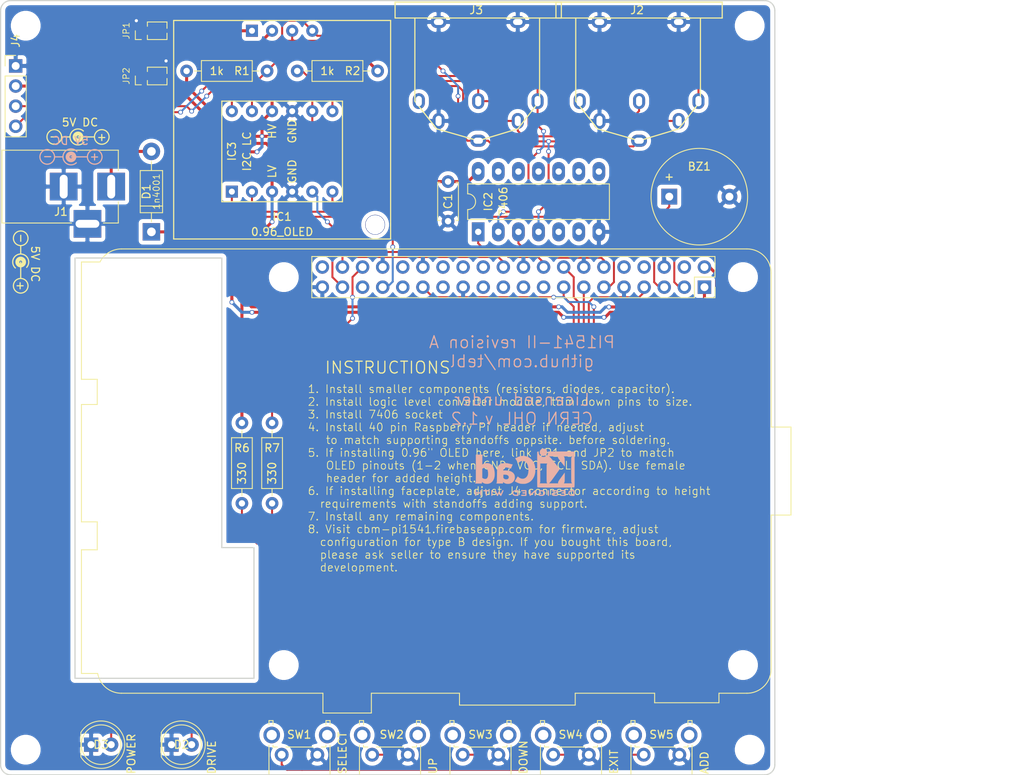
<source format=kicad_pcb>
(kicad_pcb (version 20171130) (host pcbnew "(5.1.5)-3")
  (layers (0 F.Cu signal hide) (31 B.Cu signal hide) (34 B.Paste user) (35 F.Paste user) (36 B.SilkS user) (37 F.SilkS user) (38 B.Mask user) (39 F.Mask user) (44 Edge.Cuts user))
  (net 0 "")
  (net 1 GND)
  (net 2 +3V3)
  (net 3 +5V)
  (net 4 "Net-(D1-Pad2)")
  (net 5 "Net-(D2-Pad2)")
  (net 6 "Net-(IC1-Pad2)")
  (net 7 "Net-(D3-Pad2)")
  (net 8 RPI_DATA_IN)
  (net 9 SW5)
  (net 10 SW4)
  (net 11 RPI_ATN)
  (net 12 RPI_LED)
  (net 13 "Net-(A1-Pad33)")
  (net 14 RPI_RST)
  (net 15 RPI_CLK_IN)
  (net 16 SW1)
  (net 17 RPI_DATA_OUT)
  (net 18 RPI_CLK_OUT)
  (net 19 I2C_SCL)
  (net 20 SW3)
  (net 21 SW2)
  (net 22 I2C_SDA)
  (net 23 "Net-(IC1-Pad1)")
  (net 24 C64_CLK)
  (net 25 C64_DATA)
  (net 26 C64_ATN)
  (net 27 C64_RST)
  (module Symbols:Symbol_Barrel_Polarity (layer F.Cu) (at 75.005 87.63 270)
    (fp_text reference REF** hide)
    (fp_text value Symbol_Barrel_Polarity)
  )
  (module Buttons_Switches_THT:SW_Tactile_SPST_Angled_PTS645Vx39-2LFS (layer F.Cu) (at 135.255 149.86 180)
    (fp_text reference SW3 (at 2.25 2.54) (layer F.SilkS))
    (fp_text value DOWN (at -3.175 -2.54 90) (layer F.SilkS) (effects (justify left)))
    (pad "" thru_hole circle (at -1.25 2.49 180) (size 2.1 2.1) (drill 1.3) (layers *.Cu *.Mask))
    (pad 1 thru_hole circle (at 0 0 180) (size 1.75 1.75) (drill 0.99) (layers *.Cu *.Mask) (net 1 GND))
    (pad 2 thru_hole circle (at 4.5 0 180) (size 1.75 1.75) (drill 0.99) (layers *.Cu *.Mask) (net 20 SW3))
    (pad "" thru_hole circle (at 5.76 2.49 180) (size 2.1 2.1) (drill 1.3) (layers *.Cu *.Mask))
  )
  (module Buttons_Switches_THT:SW_Tactile_SPST_Angled_PTS645Vx39-2LFS (layer F.Cu) (at 146.685 149.86 180)
    (fp_text reference SW4 (at 2.286 2.54) (layer F.SilkS))
    (fp_text value EXIT (at -3.175 -2.54 90) (layer F.SilkS) (effects (justify left)))
    (pad "" thru_hole circle (at -1.25 2.49 180) (size 2.1 2.1) (drill 1.3) (layers *.Cu *.Mask))
    (pad 1 thru_hole circle (at 0 0 180) (size 1.75 1.75) (drill 0.99) (layers *.Cu *.Mask) (net 1 GND))
    (pad 2 thru_hole circle (at 4.5 0 180) (size 1.75 1.75) (drill 0.99) (layers *.Cu *.Mask) (net 10 SW4))
    (pad "" thru_hole circle (at 5.76 2.49 180) (size 2.1 2.1) (drill 1.3) (layers *.Cu *.Mask))
  )
  (module Buttons_Switches_THT:SW_Tactile_SPST_Angled_PTS645Vx39-2LFS (layer F.Cu) (at 158.115 149.86 180)
    (fp_text reference SW5 (at 2.25 2.54) (layer F.SilkS))
    (fp_text value ADD (at -3.175 -2.54 90) (layer F.SilkS) (effects (justify left)))
    (pad "" thru_hole circle (at 5.76 2.49 180) (size 2.1 2.1) (drill 1.3) (layers *.Cu *.Mask))
    (pad 2 thru_hole circle (at 4.5 0 180) (size 1.75 1.75) (drill 0.99) (layers *.Cu *.Mask) (net 9 SW5))
    (pad 1 thru_hole circle (at 0 0 180) (size 1.75 1.75) (drill 0.99) (layers *.Cu *.Mask) (net 1 GND))
    (pad "" thru_hole circle (at -1.25 2.49 180) (size 2.1 2.1) (drill 1.3) (layers *.Cu *.Mask))
  )
  (module Buttons_Switches_THT:SW_Tactile_SPST_Angled_PTS645Vx39-2LFS (layer F.Cu) (at 112.395 149.86 180)
    (fp_text reference SW1 (at 2.286 2.54) (layer F.SilkS))
    (fp_text value SELECT (at -3.175 -2.54 90) (layer F.SilkS) (effects (justify left)))
    (pad "" thru_hole circle (at -1.25 2.49 180) (size 2.1 2.1) (drill 1.3) (layers *.Cu *.Mask))
    (pad 1 thru_hole circle (at 0 0 180) (size 1.75 1.75) (drill 0.99) (layers *.Cu *.Mask) (net 1 GND))
    (pad 2 thru_hole circle (at 4.5 0 180) (size 1.75 1.75) (drill 0.99) (layers *.Cu *.Mask) (net 16 SW1))
    (pad "" thru_hole circle (at 5.76 2.49 180) (size 2.1 2.1) (drill 1.3) (layers *.Cu *.Mask))
  )
  (module Buttons_Switches_THT:SW_Tactile_SPST_Angled_PTS645Vx39-2LFS (layer F.Cu) (at 123.825 149.86 180)
    (fp_text reference SW2 (at 2.032 2.54) (layer F.SilkS))
    (fp_text value UP (at -3.175 -2.54 90) (layer F.SilkS) (effects (justify left)))
    (pad "" thru_hole circle (at 5.76 2.49 180) (size 2.1 2.1) (drill 1.3) (layers *.Cu *.Mask))
    (pad 2 thru_hole circle (at 4.5 0 180) (size 1.75 1.75) (drill 0.99) (layers *.Cu *.Mask) (net 21 SW2))
    (pad 1 thru_hole circle (at 0 0 180) (size 1.75 1.75) (drill 0.99) (layers *.Cu *.Mask) (net 1 GND))
    (pad "" thru_hole circle (at -1.25 2.49 180) (size 2.1 2.1) (drill 1.3) (layers *.Cu *.Mask))
  )
  (module Symbols:KiCad-Logo2_6mm_SilkScreen (layer B.Cu) (at 138.61 114.17 180)
    (fp_text reference REF*** hide)
    (fp_text value KiCad-Logo2_6mm_SilkScreen hide)
  )
  (module Symbols:Symbol_Barrel_Polarity (layer B.Cu) (at 81.28 74.422)
    (fp_text reference REF** hide)
    (fp_text value Symbol_Barrel_Polarity)
  )
  (module Symbols:Symbol_Barrel_Polarity (layer F.Cu) (at 82.169 71.755)
    (fp_text reference REF** hide)
    (fp_text value Symbol_Barrel_Polarity)
  )
  (module Pin_Headers:Pin_Header_Straight_1x04_Pitch2.54mm (layer F.Cu) (at 74.295 62.865)
    (fp_text reference J4 (at 0 -3.175 270) (layer F.SilkS))
    (fp_text value Faceplate)
    (pad 4 thru_hole oval (at 0 7.62) (size 1.7 1.7) (drill 1) (layers *.Cu *.Mask) (net 22 I2C_SDA))
    (pad 3 thru_hole oval (at 0 5.08) (size 1.7 1.7) (drill 1) (layers *.Cu *.Mask) (net 19 I2C_SCL))
    (pad 2 thru_hole oval (at 0 2.54) (size 1.7 1.7) (drill 1) (layers *.Cu *.Mask) (net 2 +3V3))
    (pad 1 thru_hole rect (at 0 0) (size 1.7 1.7) (drill 1) (layers *.Cu *.Mask) (net 1 GND))
  )
  (module RPI:Raspberry_Pi_3B_Socketed_THT_FaceDown_MountingHoles (layer F.Cu) (at 161.29 90.805 270)
    (fp_text reference A1 hide)
    (fp_text value "Raspberry PI" hide)
    (pad "" np_thru_hole circle (at -1.27 53.13) (size 2.75 2.75) (drill 2.75) (layers *.Cu *.Mask))
    (pad "" np_thru_hole circle (at 47.73 -4.87) (size 2.75 2.75) (drill 2.75) (layers *.Cu *.Mask))
    (pad "" np_thru_hole circle (at 47.73 53.13) (size 2.75 2.75) (drill 2.75) (layers *.Cu *.Mask))
    (pad "" np_thru_hole circle (at -1.27 -4.87) (size 2.75 2.75) (drill 2.75) (layers *.Cu *.Mask))
    (pad 40 thru_hole oval (at -2.54 48.26 270) (size 1.7 1.7) (drill 1) (layers *.Cu *.Mask))
    (pad 39 thru_hole oval (at 0 48.26 270) (size 1.7 1.7) (drill 1) (layers *.Cu *.Mask) (net 1 GND))
    (pad 26 thru_hole oval (at -2.54 30.48 270) (size 1.7 1.7) (drill 1) (layers *.Cu *.Mask))
    (pad 25 thru_hole oval (at 0 30.48 270) (size 1.7 1.7) (drill 1) (layers *.Cu *.Mask) (net 1 GND))
    (pad 22 thru_hole oval (at -2.54 25.4 270) (size 1.7 1.7) (drill 1) (layers *.Cu *.Mask) (net 8 RPI_DATA_IN))
    (pad 21 thru_hole oval (at 0 25.4 270) (size 1.7 1.7) (drill 1) (layers *.Cu *.Mask))
    (pad 30 thru_hole oval (at -2.54 35.56 270) (size 1.7 1.7) (drill 1) (layers *.Cu *.Mask) (net 1 GND))
    (pad 29 thru_hole oval (at 0 35.56 270) (size 1.7 1.7) (drill 1) (layers *.Cu *.Mask) (net 9 SW5))
    (pad 8 thru_hole oval (at -2.54 7.62 270) (size 1.7 1.7) (drill 1) (layers *.Cu *.Mask))
    (pad 7 thru_hole oval (at 0 7.62 270) (size 1.7 1.7) (drill 1) (layers *.Cu *.Mask) (net 10 SW4))
    (pad 32 thru_hole oval (at -2.54 38.1 270) (size 1.7 1.7) (drill 1) (layers *.Cu *.Mask))
    (pad 31 thru_hole oval (at 0 38.1 270) (size 1.7 1.7) (drill 1) (layers *.Cu *.Mask))
    (pad 18 thru_hole oval (at -2.54 20.32 270) (size 1.7 1.7) (drill 1) (layers *.Cu *.Mask) (net 11 RPI_ATN))
    (pad 17 thru_hole oval (at 0 20.32 270) (size 1.7 1.7) (drill 1) (layers *.Cu *.Mask))
    (pad 36 thru_hole oval (at -2.54 43.18 270) (size 1.7 1.7) (drill 1) (layers *.Cu *.Mask) (net 12 RPI_LED))
    (pad 35 thru_hole oval (at 0 43.18 270) (size 1.7 1.7) (drill 1) (layers *.Cu *.Mask))
    (pad 34 thru_hole oval (at -2.54 40.64 270) (size 1.7 1.7) (drill 1) (layers *.Cu *.Mask) (net 1 GND))
    (pad 33 thru_hole oval (at 0 40.64 270) (size 1.7 1.7) (drill 1) (layers *.Cu *.Mask) (net 13 "Net-(A1-Pad33)"))
    (pad 38 thru_hole oval (at -2.54 45.72 270) (size 1.7 1.7) (drill 1) (layers *.Cu *.Mask) (net 14 RPI_RST))
    (pad 37 thru_hole oval (at 0 45.72 270) (size 1.7 1.7) (drill 1) (layers *.Cu *.Mask) (net 15 RPI_CLK_IN))
    (pad 20 thru_hole oval (at -2.54 22.86 270) (size 1.7 1.7) (drill 1) (layers *.Cu *.Mask) (net 1 GND))
    (pad 19 thru_hole oval (at 0 22.86 270) (size 1.7 1.7) (drill 1) (layers *.Cu *.Mask))
    (pad 10 thru_hole oval (at -2.54 10.16 270) (size 1.7 1.7) (drill 1) (layers *.Cu *.Mask))
    (pad 9 thru_hole oval (at 0 10.16 270) (size 1.7 1.7) (drill 1) (layers *.Cu *.Mask) (net 1 GND))
    (pad 14 thru_hole oval (at -2.54 15.24 270) (size 1.7 1.7) (drill 1) (layers *.Cu *.Mask) (net 1 GND))
    (pad 13 thru_hole oval (at 0 15.24 270) (size 1.7 1.7) (drill 1) (layers *.Cu *.Mask) (net 16 SW1))
    (pad 28 thru_hole oval (at -2.54 33.02 270) (size 1.7 1.7) (drill 1) (layers *.Cu *.Mask))
    (pad 27 thru_hole oval (at 0 33.02 270) (size 1.7 1.7) (drill 1) (layers *.Cu *.Mask))
    (pad 12 thru_hole oval (at -2.54 12.7 270) (size 1.7 1.7) (drill 1) (layers *.Cu *.Mask) (net 17 RPI_DATA_OUT))
    (pad 11 thru_hole oval (at 0 12.7 270) (size 1.7 1.7) (drill 1) (layers *.Cu *.Mask) (net 18 RPI_CLK_OUT))
    (pad 24 thru_hole oval (at -2.54 27.94 270) (size 1.7 1.7) (drill 1) (layers *.Cu *.Mask))
    (pad 23 thru_hole oval (at 0 27.94 270) (size 1.7 1.7) (drill 1) (layers *.Cu *.Mask))
    (pad 1 thru_hole rect (at 0 0 270) (size 1.7 1.7) (drill 1) (layers *.Cu *.Mask) (net 2 +3V3))
    (pad 2 thru_hole oval (at -2.54 0 270) (size 1.7 1.7) (drill 1) (layers *.Cu *.Mask) (net 3 +5V))
    (pad 5 thru_hole oval (at 0 5.08 270) (size 1.7 1.7) (drill 1) (layers *.Cu *.Mask) (net 19 I2C_SCL))
    (pad 4 thru_hole oval (at -2.54 2.54 270) (size 1.7 1.7) (drill 1) (layers *.Cu *.Mask))
    (pad 16 thru_hole oval (at -2.54 17.78 270) (size 1.7 1.7) (drill 1) (layers *.Cu *.Mask) (net 20 SW3))
    (pad 15 thru_hole oval (at 0 17.78 270) (size 1.7 1.7) (drill 1) (layers *.Cu *.Mask) (net 21 SW2))
    (pad 3 thru_hole oval (at 0 2.54 270) (size 1.7 1.7) (drill 1) (layers *.Cu *.Mask) (net 22 I2C_SDA))
    (pad 6 thru_hole oval (at -2.54 5.08 270) (size 1.7 1.7) (drill 1) (layers *.Cu *.Mask) (net 1 GND))
  )
  (module mounting:M3 (layer F.Cu) (at 75.565 149.225)
    (fp_text reference M1 hide)
    (fp_text value Mounting hide)
    (pad "" np_thru_hole circle (at 0 0) (size 2.75 2.75) (drill 2.75) (layers *.Cu *.Mask))
  )
  (module mounting:M3 (layer F.Cu) (at 167.005 149.225)
    (fp_text reference M2 hide)
    (fp_text value Mounting hide)
    (pad "" np_thru_hole circle (at 0 0) (size 2.75 2.75) (drill 2.75) (layers *.Cu *.Mask))
  )
  (module mounting:M3 (layer F.Cu) (at 167.005 57.785)
    (fp_text reference M3 hide)
    (fp_text value Mounting hide)
    (pad "" np_thru_hole circle (at 0 0) (size 2.75 2.75) (drill 2.75) (layers *.Cu *.Mask))
  )
  (module mounting:M3 (layer F.Cu) (at 75.565 57.785)
    (fp_text reference M4 hide)
    (fp_text value Mounting hide)
    (pad "" np_thru_hole circle (at 0 0) (size 2.75 2.75) (drill 2.75) (layers *.Cu *.Mask))
  )
  (module Buzzers_Beepers:Buzzer_12x9.5RM7.6 (layer F.Cu) (at 156.845 79.375)
    (fp_text reference BZ1 (at 3.8 -3.81) (layer F.SilkS))
    (fp_text value Buzzer)
    (fp_text user + (at -0.01 -2.54) (layer F.SilkS))
    (pad 2 thru_hole circle (at 7.6 0) (size 2 2) (drill 1) (layers *.Cu *.Mask) (net 1 GND))
    (pad 1 thru_hole rect (at 0 0) (size 2 2) (drill 1) (layers *.Cu *.Mask) (net 13 "Net-(A1-Pad33)"))
  )
  (module Capacitors_THT:C_Disc_D4.7mm_W2.5mm_P5.00mm (layer F.Cu) (at 128.905 77.47 270)
    (fp_text reference C1 (at 2.5 0 90) (layer F.SilkS))
    (fp_text value 100nF)
    (pad 2 thru_hole circle (at 5 0 270) (size 1.6 1.6) (drill 0.8) (layers *.Cu *.Mask) (net 1 GND))
    (pad 1 thru_hole circle (at 0 0 270) (size 1.6 1.6) (drill 0.8) (layers *.Cu *.Mask) (net 3 +5V))
  )
  (module Diodes_THT:D_DO-41_SOD81_P10.16mm_Horizontal (layer F.Cu) (at 91.44 83.82 90)
    (fp_text reference D1 (at 5.08 -0.635 90) (layer F.SilkS))
    (fp_text value 1n4001 (at 5.08 0.635 90) (layer F.SilkS) (effects (font (size 0.8 0.8) (thickness 0.1))))
    (pad 2 thru_hole oval (at 10.16 0 90) (size 2.2 2.2) (drill 1.1) (layers *.Cu *.Mask) (net 4 "Net-(D1-Pad2)"))
    (pad 1 thru_hole rect (at 0 0 90) (size 2.2 2.2) (drill 1.1) (layers *.Cu *.Mask) (net 3 +5V))
  )
  (module LEDs:LED_D5.0mm (layer F.Cu) (at 93.98 148.59)
    (fp_text reference D2 (at 1.27 0) (layer F.SilkS))
    (fp_text value DRIVE (at 5.08 3.81 90) (layer F.SilkS) (effects (justify left)))
    (pad 1 thru_hole rect (at 0 0) (size 1.8 1.8) (drill 0.9) (layers *.Cu *.Mask) (net 1 GND))
    (pad 2 thru_hole circle (at 2.54 0) (size 1.8 1.8) (drill 0.9) (layers *.Cu *.Mask) (net 5 "Net-(D2-Pad2)"))
  )
  (module LEDs:LED_D5.0mm (layer F.Cu) (at 83.82 148.59)
    (fp_text reference D3 (at 1.27 0) (layer F.SilkS))
    (fp_text value POWER (at 5.08 3.81 90) (layer F.SilkS) (effects (justify left)))
    (pad 2 thru_hole circle (at 2.54 0) (size 1.8 1.8) (drill 0.9) (layers *.Cu *.Mask) (net 7 "Net-(D3-Pad2)"))
    (pad 1 thru_hole rect (at 0 0) (size 1.8 1.8) (drill 0.9) (layers *.Cu *.Mask) (net 1 GND))
  )
  (module i2c_oled:0.96_I2C_OLED (layer F.Cu) (at 107.95 58.42)
    (fp_text reference IC1 (at 0 23.495 180) (layer F.SilkS))
    (fp_text value 0.96_OLED (at 0 25.4) (layer F.SilkS))
    (pad 1 thru_hole rect (at -3.81 0) (size 1.524 1.524) (drill 0.762) (layers *.Cu *.Mask) (net 23 "Net-(IC1-Pad1)"))
    (pad 2 thru_hole circle (at -1.27 0) (size 1.524 1.524) (drill 0.762) (layers *.Cu *.Mask) (net 6 "Net-(IC1-Pad2)"))
    (pad 3 thru_hole circle (at 1.27 0) (size 1.524 1.524) (drill 0.762) (layers *.Cu *.Mask) (net 19 I2C_SCL))
    (pad 4 thru_hole circle (at 3.81 0) (size 1.524 1.524) (drill 0.762) (layers *.Cu *.Mask) (net 22 I2C_SDA))
    (pad "" np_thru_hole circle (at 11.75 24.5) (size 2.5 2.5) (drill 2.4) (layers *.Cu *.Mask))
  )
  (module Housings_DIP:DIP-14_W7.62mm_LongPads (layer F.Cu) (at 132.715 83.82 90)
    (fp_text reference IC2 (at 3.81 1.27 90) (layer F.SilkS))
    (fp_text value 7406 (at 3.81 3.175 90) (layer F.SilkS))
    (pad 14 thru_hole oval (at 7.62 0 90) (size 2.4 1.6) (drill 0.8) (layers *.Cu *.Mask) (net 3 +5V))
    (pad 7 thru_hole oval (at 0 15.24 90) (size 2.4 1.6) (drill 0.8) (layers *.Cu *.Mask) (net 1 GND))
    (pad 13 thru_hole oval (at 7.62 2.54 90) (size 2.4 1.6) (drill 0.8) (layers *.Cu *.Mask))
    (pad 6 thru_hole oval (at 0 12.7 90) (size 2.4 1.6) (drill 0.8) (layers *.Cu *.Mask))
    (pad 12 thru_hole oval (at 7.62 5.08 90) (size 2.4 1.6) (drill 0.8) (layers *.Cu *.Mask))
    (pad 5 thru_hole oval (at 0 10.16 90) (size 2.4 1.6) (drill 0.8) (layers *.Cu *.Mask))
    (pad 11 thru_hole oval (at 7.62 7.62 90) (size 2.4 1.6) (drill 0.8) (layers *.Cu *.Mask))
    (pad 4 thru_hole oval (at 0 7.62 90) (size 2.4 1.6) (drill 0.8) (layers *.Cu *.Mask) (net 24 C64_CLK))
    (pad 10 thru_hole oval (at 7.62 10.16 90) (size 2.4 1.6) (drill 0.8) (layers *.Cu *.Mask))
    (pad 3 thru_hole oval (at 0 5.08 90) (size 2.4 1.6) (drill 0.8) (layers *.Cu *.Mask) (net 18 RPI_CLK_OUT))
    (pad 9 thru_hole oval (at 7.62 12.7 90) (size 2.4 1.6) (drill 0.8) (layers *.Cu *.Mask))
    (pad 2 thru_hole oval (at 0 2.54 90) (size 2.4 1.6) (drill 0.8) (layers *.Cu *.Mask) (net 25 C64_DATA))
    (pad 8 thru_hole oval (at 7.62 15.24 90) (size 2.4 1.6) (drill 0.8) (layers *.Cu *.Mask))
    (pad 1 thru_hole rect (at 0 0 90) (size 2.4 1.6) (drill 0.8) (layers *.Cu *.Mask) (net 17 RPI_DATA_OUT))
  )
  (module IIC_4CH_Level_Converter:4CH_I2C_Level_Converter (layer F.Cu) (at 106.68 73.66 90)
    (fp_text reference IC3 (at 0 -5.08 90) (layer F.SilkS))
    (fp_text value "I2C LC" (at 0 -3.175 90) (layer F.SilkS))
    (fp_text user GND (at 2.54 2.54 90) (layer F.SilkS))
    (fp_text user GND (at -2.54 2.54 90) (layer F.SilkS))
    (fp_text user HV (at 2.54 0 90) (layer F.SilkS))
    (fp_text user LV (at -2.54 0 270) (layer F.SilkS))
    (pad 1 thru_hole rect (at -5.08 -5.08 90) (size 1.524 1.524) (drill 0.762) (layers *.Cu *.Mask) (net 14 RPI_RST))
    (pad 2 thru_hole circle (at -5.08 -2.54 90) (size 1.524 1.524) (drill 0.762) (layers *.Cu *.Mask) (net 8 RPI_DATA_IN))
    (pad 3 thru_hole circle (at -5.08 0 90) (size 1.524 1.524) (drill 0.762) (layers *.Cu *.Mask) (net 2 +3V3))
    (pad 4 thru_hole circle (at -5.08 2.54 90) (size 1.524 1.524) (drill 0.762) (layers *.Cu *.Mask) (net 1 GND))
    (pad 5 thru_hole circle (at -5.08 5.08 90) (size 1.524 1.524) (drill 0.762) (layers *.Cu *.Mask) (net 15 RPI_CLK_IN))
    (pad 6 thru_hole circle (at -5.08 7.62 90) (size 1.524 1.524) (drill 0.762) (layers *.Cu *.Mask) (net 11 RPI_ATN))
    (pad 7 thru_hole circle (at 5.08 7.62 90) (size 1.524 1.524) (drill 0.762) (layers *.Cu *.Mask) (net 26 C64_ATN))
    (pad 8 thru_hole circle (at 5.08 5.08 90) (size 1.524 1.524) (drill 0.762) (layers *.Cu *.Mask) (net 24 C64_CLK))
    (pad 9 thru_hole circle (at 5.08 2.54 90) (size 1.524 1.524) (drill 0.762) (layers *.Cu *.Mask) (net 1 GND))
    (pad 10 thru_hole circle (at 5.08 0 90) (size 1.524 1.524) (drill 0.762) (layers *.Cu *.Mask) (net 3 +5V))
    (pad 11 thru_hole circle (at 5.08 -2.54 90) (size 1.524 1.524) (drill 0.762) (layers *.Cu *.Mask) (net 25 C64_DATA))
    (pad 12 thru_hole circle (at 5.08 -5.08 90) (size 1.524 1.524) (drill 0.762) (layers *.Cu *.Mask) (net 27 C64_RST))
  )
  (module Connectors:BARREL_JACK (layer F.Cu) (at 86.36 78.105)
    (fp_text reference J1 (at -6.35 3.175 180) (layer F.SilkS))
    (fp_text value "DC IN")
    (pad 3 thru_hole rect (at -3 4.7) (size 3.5 3.5) (drill oval 3 1) (layers *.Cu *.Mask) (net 1 GND))
    (pad 2 thru_hole rect (at -6 0) (size 3.5 3.5) (drill oval 1 3) (layers *.Cu *.Mask) (net 1 GND))
    (pad 1 thru_hole rect (at 0 0) (size 3.5 3.5) (drill oval 1 3) (layers *.Cu *.Mask) (net 4 "Net-(D1-Pad2)"))
  )
  (module C64_IEC:C64_IEC (layer F.Cu) (at 153.035 67.31 180)
    (fp_text reference J2 (at 0.25 11.5) (layer F.SilkS))
    (fp_text value C64_IEC)
    (pad 4 thru_hole oval (at -5 -2.5 180) (size 1.524 2) (drill oval 0.762 1.3) (layers *.Cu *.Mask) (net 24 C64_CLK))
    (pad 2 thru_hole oval (at 5 -2.5 180) (size 1.524 2) (drill oval 0.762 1.3) (layers *.Cu *.Mask) (net 1 GND))
    (pad 5 thru_hole oval (at -7.5 0 180) (size 1.524 2) (drill oval 0.762 1.3) (layers *.Cu *.Mask) (net 25 C64_DATA))
    (pad 1 thru_hole oval (at 7.5 0 180) (size 1.524 2) (drill oval 0.762 1.3) (layers *.Cu *.Mask))
    (pad 7 thru_hole oval (at -5 10 180) (size 2 1.524) (drill oval 1.2 0.762) (layers *.Cu *.Mask) (net 1 GND))
    (pad 8 thru_hole oval (at 5 10 180) (size 2 1.524) (drill oval 1.2 0.762) (layers *.Cu *.Mask) (net 1 GND))
    (pad 3 thru_hole oval (at 0 0 180) (size 1.524 2) (drill oval 0.762 1.3) (layers *.Cu *.Mask) (net 26 C64_ATN))
    (pad 6 thru_hole oval (at 0 -5 180) (size 2 1.524) (drill oval 1.2 0.762) (layers *.Cu *.Mask) (net 27 C64_RST))
  )
  (module C64_IEC:C64_IEC (layer F.Cu) (at 132.715 67.31 180)
    (fp_text reference J3 (at 0.25 11.5) (layer F.SilkS))
    (fp_text value C64_IEC)
    (pad 6 thru_hole oval (at 0 -5 180) (size 2 1.524) (drill oval 1.2 0.762) (layers *.Cu *.Mask) (net 27 C64_RST))
    (pad 3 thru_hole oval (at 0 0 180) (size 1.524 2) (drill oval 0.762 1.3) (layers *.Cu *.Mask) (net 26 C64_ATN))
    (pad 8 thru_hole oval (at 5 10 180) (size 2 1.524) (drill oval 1.2 0.762) (layers *.Cu *.Mask) (net 1 GND))
    (pad 7 thru_hole oval (at -5 10 180) (size 2 1.524) (drill oval 1.2 0.762) (layers *.Cu *.Mask) (net 1 GND))
    (pad 1 thru_hole oval (at 7.5 0 180) (size 1.524 2) (drill oval 0.762 1.3) (layers *.Cu *.Mask))
    (pad 5 thru_hole oval (at -7.5 0 180) (size 1.524 2) (drill oval 0.762 1.3) (layers *.Cu *.Mask) (net 25 C64_DATA))
    (pad 2 thru_hole oval (at 5 -2.5 180) (size 1.524 2) (drill oval 0.762 1.3) (layers *.Cu *.Mask) (net 1 GND))
    (pad 4 thru_hole oval (at -5 -2.5 180) (size 1.524 2) (drill oval 0.762 1.3) (layers *.Cu *.Mask) (net 24 C64_CLK))
  )
  (module Resistors_THT:R_Axial_DIN0207_L6.3mm_D2.5mm_P10.16mm_Horizontal (layer F.Cu) (at 95.885 63.5)
    (fp_text reference R1 (at 6.985 0) (layer F.SilkS))
    (fp_text value 1k (at 3.81 0) (layer F.SilkS))
    (pad 1 thru_hole circle (at 0 0) (size 1.6 1.6) (drill 0.8) (layers *.Cu *.Mask) (net 3 +5V))
    (pad 2 thru_hole oval (at 10.16 0) (size 1.6 1.6) (drill 0.8) (layers *.Cu *.Mask) (net 25 C64_DATA))
  )
  (module Resistors_THT:R_Axial_DIN0207_L6.3mm_D2.5mm_P10.16mm_Horizontal (layer F.Cu) (at 120.015 63.5 180)
    (fp_text reference R2 (at 3.175 0) (layer F.SilkS))
    (fp_text value 1k (at 6.35 0) (layer F.SilkS))
    (pad 2 thru_hole oval (at 10.16 0 180) (size 1.6 1.6) (drill 0.8) (layers *.Cu *.Mask) (net 24 C64_CLK))
    (pad 1 thru_hole circle (at 0 0 180) (size 1.6 1.6) (drill 0.8) (layers *.Cu *.Mask) (net 3 +5V))
  )
  (module Resistors_THT:R_Axial_DIN0207_L6.3mm_D2.5mm_P10.16mm_Horizontal (layer F.Cu) (at 102.87 118.11 90)
    (fp_text reference R6 (at 6.985 0 180) (layer F.SilkS))
    (fp_text value 330 (at 3.81 0 90) (layer F.SilkS))
    (pad 2 thru_hole oval (at 10.16 0 90) (size 1.6 1.6) (drill 0.8) (layers *.Cu *.Mask) (net 2 +3V3))
    (pad 1 thru_hole circle (at 0 0 90) (size 1.6 1.6) (drill 0.8) (layers *.Cu *.Mask) (net 7 "Net-(D3-Pad2)"))
  )
  (module Resistors_THT:R_Axial_DIN0207_L6.3mm_D2.5mm_P10.16mm_Horizontal (layer F.Cu) (at 106.68 118.11 90)
    (fp_text reference R7 (at 6.985 0 180) (layer F.SilkS))
    (fp_text value 330 (at 3.81 0 90) (layer F.SilkS))
    (pad 1 thru_hole circle (at 0 0 90) (size 1.6 1.6) (drill 0.8) (layers *.Cu *.Mask) (net 5 "Net-(D2-Pad2)"))
    (pad 2 thru_hole oval (at 10.16 0 90) (size 1.6 1.6) (drill 0.8) (layers *.Cu *.Mask) (net 12 RPI_LED))
  )
  (module wire_pads:OLED_SEL (layer F.Cu) (at 90.17 58.42 90)
    (fp_text reference JP1 (at 0 -1.905 270) (layer F.SilkS) (effects (font (size 0.8 0.8) (thickness 0.1))))
    (fp_text value P1_GND)
    (pad 3 smd oval (at 0 2.54 90) (size 1 1) (layers F.Cu F.Paste F.Mask) (net 2 +3V3))
    (pad 2 smd oval (at 0 1.27 90) (size 1 1) (layers F.Cu F.Paste F.Mask) (net 23 "Net-(IC1-Pad1)"))
    (pad 1 smd rect (at 0 0 90) (size 1 1) (layers F.Cu F.Paste F.Mask) (net 1 GND))
  )
  (module wire_pads:OLED_SEL (layer F.Cu) (at 90.17 64.135 90)
    (fp_text reference JP2 (at 0 -1.905 270) (layer F.SilkS) (effects (font (size 0.8 0.8) (thickness 0.1))))
    (fp_text value P2_VCC)
    (pad 1 smd rect (at 0 0 90) (size 1 1) (layers F.Cu F.Paste F.Mask) (net 2 +3V3))
    (pad 2 smd oval (at 0 1.27 90) (size 1 1) (layers F.Cu F.Paste F.Mask) (net 6 "Net-(IC1-Pad2)"))
    (pad 3 smd oval (at 0 2.54 90) (size 1 1) (layers F.Cu F.Paste F.Mask) (net 1 GND))
  )
  (gr_text - (at 78.3336 74.3966 180) (layer B.SilkS) (effects (font (size 1 1)) (justify mirror)))
  (gr_text - (at 79.1464 71.755) (layer F.SilkS) (effects (font (size 1 1))))
  (gr_text - (at 75.0062 84.6328 270) (layer F.SilkS) (effects (font (size 1 1))))
  (gr_text + (at 74.93 90.63 270) (layer F.SilkS) (effects (font (size 1 1))))
  (gr_text "5V DC" (at 76.765 87.882 270) (layer F.SilkS) (effects (font (size 1 1))))
  (gr_text "5V DC" (at 82.421 69.995) (layer F.SilkS) (effects (font (size 1 1))))
  (gr_text + (at 85.169 71.83) (layer F.SilkS) (effects (font (size 1 1))))
  (gr_line (start 81.788 140.208) (end 81.788 87.122) (layer Edge.Cuts) (width 0.15))
  (gr_text "1. Install smaller components (resistors, diodes, capacitor).\n2. Install logic level converter module, trim down pins to size.\n3. Install 7406 socket\n4. Install 40 pin Raspberry Pi header if needed, adjust\n   to match supporting standoffs oppsite. before soldering.\n5. If installing 0.96\" OLED here, link JP1 and JP2 to match\n   OLED pinouts (1-2 when GND, VCC, SCL, SDA). Use female\n   header for added height.\n6. If installing faceplate, adjust J4 connector according to height\n  requirements with standoffs adding support.\n7. Install any remaining components.\n8. Visit cbm-pi1541.firebaseapp.com for firmware, adjust\n  configuration for type B design. If you bought this board,\n  please ask seller to ensure they have supported its\n  development." (at 111.125 114.935) (layer F.SilkS) (effects (font (size 1 1) (thickness 0.1)) (justify left)))
  (gr_text INSTRUCTIONS (at 121.285 100.965) (layer F.SilkS) (effects (font (size 1.5 1.5))))
  (gr_text "PI1541-II revision A\ngithub.com/tebl\n\nLicensed under\nCERN OHL v.1.2" (at 138.24 102.59) (layer B.SilkS) (effects (font (size 1.5 1.5)) (justify mirror)))
  (gr_text + (at 84.26 74.29) (layer B.SilkS) (effects (font (size 1 1)) (justify mirror)))
  (gr_text "5V DC" (at 81.23 72.32) (layer B.SilkS) (effects (font (size 1 1)) (justify mirror)))
  (gr_line (start 72.39 139.954) (end 72.39 151.13) (layer Edge.Cuts) (width 0.15))
  (gr_line (start 104.394 140.208) (end 81.788 140.208) (layer Edge.Cuts) (width 0.15))
  (gr_line (start 104.394 123.698) (end 104.394 140.208) (layer Edge.Cuts) (width 0.15))
  (gr_line (start 100.33 123.698) (end 104.394 123.698) (layer Edge.Cuts) (width 0.15))
  (gr_line (start 100.33 87.122) (end 100.33 123.698) (layer Edge.Cuts) (width 0.15))
  (gr_line (start 81.788 87.122) (end 100.33 87.122) (layer Edge.Cuts) (width 0.15))
  (gr_line (start 72.39 139.954) (end 72.39 55.88) (layer Edge.Cuts) (width 0.15))
  (gr_line (start 168.91 54.61) (end 73.66 54.61) (angle 90) (layer Edge.Cuts) (width 0.15))
  (gr_arc (start 73.66 55.88) (end 72.39 55.88) (angle 90) (layer Edge.Cuts) (width 0.15))
  (gr_arc (start 168.91 55.88) (end 168.91 54.61) (angle 90) (layer Edge.Cuts) (width 0.15))
  (gr_line (start 170.18 151.13) (end 170.18 55.88) (angle 90) (layer Edge.Cuts) (width 0.15))
  (gr_arc (start 168.91 151.13) (end 170.18 151.13) (angle 90) (layer Edge.Cuts) (width 0.15))
  (gr_line (start 73.66 152.4) (end 168.91 152.4) (angle 90) (layer Edge.Cuts) (width 0.15))
  (gr_arc (start 73.66 151.13) (end 73.66 152.4) (angle 90) (layer Edge.Cuts) (width 0.15))
  (via (at 89.535 57.150014) (size 0.6) (drill 0.4) (layers F.Cu B.Cu) (net 1))
  (segment (start 89.535 57.815) (end 89.535 57.150014) (width 0.381) (layer F.Cu) (net 1))
  (segment (start 90.14 58.42) (end 89.535 57.815) (width 0.381) (layer F.Cu) (net 1))
  (via (at 93.28949 62.230026) (size 0.6) (drill 0.4) (layers F.Cu B.Cu) (net 1))
  (segment (start 92.74 62.779516) (end 93.28949 62.230026) (width 0.381) (layer F.Cu) (net 1))
  (segment (start 92.74 64.135) (end 92.74 62.779516) (width 0.381) (layer F.Cu) (net 1))
  (via (at 106.68 82.55) (size 0.6) (drill 0.4) (layers F.Cu B.Cu) (net 2))
  (segment (start 106.68 82.55) (end 106.68 78.74) (width 0.381) (layer B.Cu) (net 2))
  (segment (start 103.505 83.185) (end 102.87 83.82) (width 0.381) (layer F.Cu) (net 2))
  (segment (start 106.68 82.55) (end 106.045 83.185) (width 0.381) (layer F.Cu) (net 2))
  (segment (start 106.045 83.185) (end 103.505 83.185) (width 0.381) (layer F.Cu) (net 2))
  (segment (start 102.87 92.71) (end 102.87 107.95) (width 0.381) (layer F.Cu) (net 2))
  (segment (start 102.87 90.805) (end 102.87 92.71) (width 0.381) (layer F.Cu) (net 2))
  (segment (start 102.87 83.82) (end 102.87 90.805) (width 0.381) (layer F.Cu) (net 2))
  (via (at 142.875 93.28949) (size 0.6) (drill 0.4) (layers F.Cu B.Cu) (net 2))
  (segment (start 142.875 93.28949) (end 143.299264 93.28949) (width 0.381) (layer B.Cu) (net 2))
  (segment (start 148.791997 93.307664) (end 149.216261 93.307664) (width 0.381) (layer B.Cu) (net 2))
  (segment (start 160.692336 93.307664) (end 149.640525 93.307664) (width 0.381) (layer F.Cu) (net 2))
  (segment (start 143.299264 93.28949) (end 143.989774 93.98) (width 0.381) (layer B.Cu) (net 2))
  (segment (start 161.29 92.71) (end 160.692336 93.307664) (width 0.381) (layer F.Cu) (net 2))
  (segment (start 148.119661 93.98) (end 148.791997 93.307664) (width 0.381) (layer B.Cu) (net 2))
  (segment (start 149.640525 93.307664) (end 149.216261 93.307664) (width 0.381) (layer F.Cu) (net 2))
  (via (at 149.216261 93.307664) (size 0.6) (drill 0.4) (layers F.Cu B.Cu) (net 2))
  (segment (start 161.29 90.805) (end 161.29 92.71) (width 0.381) (layer F.Cu) (net 2))
  (segment (start 143.989774 93.98) (end 148.119661 93.98) (width 0.381) (layer B.Cu) (net 2))
  (segment (start 106.68 73.406) (end 106.68 78.74) (width 0.381) (layer F.Cu) (net 2))
  (segment (start 105.918 72.644) (end 106.68 73.406) (width 0.381) (layer F.Cu) (net 2))
  (segment (start 95.885 66.675) (end 101.854 72.644) (width 0.381) (layer F.Cu) (net 2))
  (segment (start 101.854 72.644) (end 105.918 72.644) (width 0.381) (layer F.Cu) (net 2))
  (segment (start 94.615 66.675) (end 95.885 66.675) (width 0.381) (layer F.Cu) (net 2))
  (segment (start 142.450736 93.28949) (end 142.875 93.28949) (width 0.381) (layer F.Cu) (net 2))
  (segment (start 102.87 90.805) (end 102.87 92.075) (width 0.381) (layer F.Cu) (net 2))
  (segment (start 104.08449 93.28949) (end 142.450736 93.28949) (width 0.381) (layer F.Cu) (net 2))
  (segment (start 102.87 92.075) (end 104.08449 93.28949) (width 0.381) (layer F.Cu) (net 2))
  (segment (start 90.17 61.595) (end 90.17 64.135) (width 0.381) (layer F.Cu) (net 2))
  (segment (start 92.71 58.42) (end 92.71 59.055) (width 0.381) (layer F.Cu) (net 2))
  (segment (start 92.71 59.055) (end 90.17 61.595) (width 0.381) (layer F.Cu) (net 2))
  (segment (start 94.615 66.675) (end 90.805 66.675) (width 0.381) (layer F.Cu) (net 2))
  (segment (start 90.17 66.04) (end 90.17 64.135) (width 0.381) (layer F.Cu) (net 2))
  (segment (start 90.805 66.675) (end 90.17 66.04) (width 0.381) (layer F.Cu) (net 2))
  (segment (start 89.535 65.405) (end 90.17 66.04) (width 0.381) (layer F.Cu) (net 2))
  (segment (start 83.82 65.405) (end 89.535 65.405) (width 0.381) (layer F.Cu) (net 2))
  (segment (start 83.82 65.405) (end 74.295 65.405) (width 0.381) (layer F.Cu) (net 2))
  (via (at 104.14 93.98) (size 0.6) (drill 0.4) (layers F.Cu B.Cu) (net 3))
  (via (at 101.6 92.71) (size 0.6) (drill 0.4) (layers F.Cu B.Cu) (net 3))
  (segment (start 101.6 92.285736) (end 101.6 92.71) (width 0.381) (layer F.Cu) (net 3))
  (segment (start 102.87 93.98) (end 101.6 92.71) (width 0.381) (layer B.Cu) (net 3))
  (segment (start 104.14 93.98) (end 102.87 93.98) (width 0.381) (layer B.Cu) (net 3))
  (segment (start 104.14 93.98) (end 142.875 93.98) (width 0.381) (layer F.Cu) (net 3))
  (segment (start 142.875 93.98) (end 143.51 94.615) (width 0.381) (layer F.Cu) (net 3))
  (via (at 143.51 94.615) (size 0.6) (drill 0.4) (layers F.Cu B.Cu) (net 3))
  (segment (start 148.590022 94.615) (end 143.51 94.615) (width 0.381) (layer B.Cu) (net 3))
  (via (at 148.590022 94.615) (size 0.6) (drill 0.4) (layers F.Cu B.Cu) (net 3))
  (segment (start 148.738643 94.615) (end 148.590022 94.615) (width 0.381) (layer F.Cu) (net 3))
  (segment (start 149.373643 93.98) (end 148.738643 94.615) (width 0.381) (layer F.Cu) (net 3))
  (segment (start 162.814 92.202) (end 161.036 93.98) (width 0.381) (layer F.Cu) (net 3))
  (segment (start 162.814 89.154) (end 162.814 92.202) (width 0.381) (layer F.Cu) (net 3))
  (segment (start 161.925 88.265) (end 162.814 89.154) (width 0.381) (layer F.Cu) (net 3))
  (segment (start 161.036 93.98) (end 149.373643 93.98) (width 0.381) (layer F.Cu) (net 3))
  (segment (start 161.29 88.265) (end 161.925 88.265) (width 0.381) (layer F.Cu) (net 3))
  (segment (start 131.445 77.47) (end 132.715 76.2) (width 0.381) (layer F.Cu) (net 3))
  (segment (start 128.905 77.47) (end 131.445 77.47) (width 0.381) (layer F.Cu) (net 3))
  (segment (start 118.11 77.47) (end 112.395 71.755) (width 0.381) (layer F.Cu) (net 3))
  (segment (start 128.905 77.47) (end 118.11 77.47) (width 0.381) (layer F.Cu) (net 3))
  (segment (start 112.395 71.755) (end 105.410008 71.754992) (width 0.381) (layer F.Cu) (net 3))
  (segment (start 101.6 85.725) (end 99.695 83.82) (width 0.381) (layer F.Cu) (net 3))
  (segment (start 101.6 85.725) (end 101.6 92.285736) (width 0.381) (layer F.Cu) (net 3))
  (via (at 105.410008 71.754992) (size 0.6) (drill 0.4) (layers F.Cu B.Cu) (net 3))
  (segment (start 105.410008 69.849992) (end 106.68 68.58) (width 0.381) (layer F.Cu) (net 3))
  (segment (start 105.410008 71.754992) (end 105.410008 69.849992) (width 0.381) (layer F.Cu) (net 3))
  (via (at 104.775 73.71551) (size 0.6) (drill 0.4) (layers F.Cu B.Cu) (net 3))
  (segment (start 105.074999 73.415511) (end 104.775 73.71551) (width 0.381) (layer B.Cu) (net 3))
  (segment (start 105.410008 71.754992) (end 105.410008 73.080502) (width 0.381) (layer B.Cu) (net 3))
  (segment (start 105.410008 73.080502) (end 105.074999 73.415511) (width 0.381) (layer B.Cu) (net 3))
  (segment (start 105.410008 71.754992) (end 102.234992 71.754992) (width 0.381) (layer F.Cu) (net 3))
  (segment (start 95.885 65.405) (end 95.885 63.5) (width 0.381) (layer F.Cu) (net 3))
  (segment (start 102.234992 71.754992) (end 95.885 65.405) (width 0.381) (layer F.Cu) (net 3))
  (segment (start 99.695 83.82) (end 99.695 74.549) (width 0.381) (layer F.Cu) (net 3))
  (segment (start 100.52849 73.71551) (end 104.775 73.71551) (width 0.381) (layer F.Cu) (net 3))
  (segment (start 99.695 74.549) (end 100.52849 73.71551) (width 0.381) (layer F.Cu) (net 3))
  (segment (start 106.68 66.04) (end 106.68 68.58) (width 0.381) (layer F.Cu) (net 3))
  (segment (start 118.11 61.595) (end 109.0295 61.595) (width 0.381) (layer F.Cu) (net 3))
  (segment (start 107.95 62.6745) (end 107.95 64.77) (width 0.381) (layer F.Cu) (net 3))
  (segment (start 120.015 63.5) (end 118.11 61.595) (width 0.381) (layer F.Cu) (net 3))
  (segment (start 109.0295 61.595) (end 107.95 62.6745) (width 0.381) (layer F.Cu) (net 3))
  (segment (start 107.95 64.77) (end 106.68 66.04) (width 0.381) (layer F.Cu) (net 3))
  (segment (start 99.695 83.82) (end 91.44 83.82) (width 0.381) (layer F.Cu) (net 3))
  (segment (start 86.36 75.565) (end 86.36 78.105) (width 0.381) (layer F.Cu) (net 4))
  (segment (start 91.44 73.66) (end 88.265 73.66) (width 0.381) (layer F.Cu) (net 4))
  (segment (start 88.265 73.66) (end 86.36 75.565) (width 0.381) (layer F.Cu) (net 4))
  (segment (start 97.79 142.875) (end 96.52 144.145) (width 0.25) (layer F.Cu) (net 5))
  (segment (start 111.125 142.875) (end 97.79 142.875) (width 0.25) (layer F.Cu) (net 5))
  (segment (start 112.395 141.605) (end 111.125 142.875) (width 0.25) (layer F.Cu) (net 5))
  (segment (start 107.95 122.555) (end 111.125 122.555) (width 0.25) (layer F.Cu) (net 5))
  (segment (start 111.125 122.555) (end 112.395 123.825) (width 0.25) (layer F.Cu) (net 5))
  (segment (start 96.52 144.145) (end 96.52 148.59) (width 0.25) (layer F.Cu) (net 5))
  (segment (start 106.68 118.11) (end 106.68 121.285) (width 0.25) (layer F.Cu) (net 5))
  (segment (start 106.68 121.285) (end 107.95 122.555) (width 0.25) (layer F.Cu) (net 5))
  (segment (start 112.395 123.825) (end 112.395 141.605) (width 0.25) (layer F.Cu) (net 5))
  (segment (start 91.44 64.135) (end 91.44 62.23) (width 0.381) (layer F.Cu) (net 6))
  (segment (start 91.44 62.23) (end 93.345 60.325) (width 0.381) (layer F.Cu) (net 6))
  (segment (start 93.345 60.325) (end 104.775 60.325) (width 0.381) (layer F.Cu) (net 6))
  (segment (start 104.775 60.325) (end 106.68 58.42) (width 0.381) (layer F.Cu) (net 6))
  (segment (start 110.49 142.24) (end 95.885 142.24) (width 0.25) (layer F.Cu) (net 7))
  (segment (start 102.87 121.285) (end 104.775 123.19) (width 0.25) (layer F.Cu) (net 7))
  (segment (start 102.87 118.11) (end 102.87 121.285) (width 0.25) (layer F.Cu) (net 7))
  (segment (start 111.76 124.46) (end 111.76 140.97) (width 0.25) (layer F.Cu) (net 7))
  (segment (start 111.76 140.97) (end 110.49 142.24) (width 0.25) (layer F.Cu) (net 7))
  (segment (start 104.775 123.19) (end 110.49 123.19) (width 0.25) (layer F.Cu) (net 7))
  (segment (start 110.49 123.19) (end 111.76 124.46) (width 0.25) (layer F.Cu) (net 7))
  (segment (start 86.36 148.59) (end 86.36 143.256) (width 0.25) (layer F.Cu) (net 7))
  (segment (start 87.376 142.24) (end 95.758 142.24) (width 0.25) (layer F.Cu) (net 7))
  (segment (start 86.36 143.256) (end 87.376 142.24) (width 0.25) (layer F.Cu) (net 7))
  (segment (start 95.885 142.24) (end 95.758 142.24) (width 0.25) (layer F.Cu) (net 7))
  (segment (start 135.89 87.63) (end 135.89 88.265) (width 0.25) (layer F.Cu) (net 8))
  (segment (start 116.84 86.995) (end 135.255 86.995) (width 0.25) (layer F.Cu) (net 8))
  (segment (start 116.205 86.36) (end 116.84 86.995) (width 0.25) (layer F.Cu) (net 8))
  (segment (start 104.14 80.645) (end 104.775 81.28) (width 0.25) (layer F.Cu) (net 8))
  (segment (start 104.775 81.28) (end 115.57 81.28) (width 0.25) (layer F.Cu) (net 8))
  (segment (start 135.255 86.995) (end 135.89 87.63) (width 0.25) (layer F.Cu) (net 8))
  (segment (start 104.14 78.74) (end 104.14 80.645) (width 0.25) (layer F.Cu) (net 8))
  (segment (start 115.57 81.28) (end 116.205 81.915) (width 0.25) (layer F.Cu) (net 8))
  (segment (start 116.205 81.915) (end 116.205 86.36) (width 0.25) (layer F.Cu) (net 8))
  (via (at 142.24 92.075) (size 0.6) (drill 0.4) (layers F.Cu B.Cu) (net 9))
  (segment (start 125.73 90.805) (end 127 92.075) (width 0.25) (layer F.Cu) (net 9))
  (segment (start 127 92.075) (end 142.24 92.075) (width 0.25) (layer F.Cu) (net 9))
  (via (at 147.32 93.28949) (size 0.6) (drill 0.4) (layers F.Cu B.Cu) (net 9))
  (segment (start 147.32 142.897436) (end 147.32 93.713754) (width 0.25) (layer F.Cu) (net 9))
  (segment (start 147.32 93.713754) (end 147.32 93.28949) (width 0.25) (layer F.Cu) (net 9))
  (segment (start 146.712755 92.682245) (end 144.117245 92.682245) (width 0.25) (layer B.Cu) (net 9))
  (segment (start 146.712755 92.682245) (end 147.32 93.28949) (width 0.25) (layer B.Cu) (net 9))
  (segment (start 144.117245 92.682245) (end 143.51 92.075) (width 0.25) (layer B.Cu) (net 9))
  (segment (start 142.24 92.075) (end 143.51 92.075) (width 0.25) (layer B.Cu) (net 9))
  (segment (start 153.615 149.86) (end 151.765 149.86) (width 0.25) (layer F.Cu) (net 9))
  (segment (start 151.765 149.86) (end 150.495 148.59) (width 0.25) (layer F.Cu) (net 9))
  (segment (start 150.495 148.59) (end 150.495 144.145) (width 0.25) (layer F.Cu) (net 9))
  (segment (start 150.495 144.145) (end 149.86 143.51) (width 0.25) (layer F.Cu) (net 9))
  (segment (start 147.932564 143.51) (end 147.32 142.897436) (width 0.25) (layer F.Cu) (net 9))
  (segment (start 149.86 143.51) (end 147.932564 143.51) (width 0.25) (layer F.Cu) (net 9))
  (segment (start 153.67 91.44) (end 153.67 90.805) (width 0.25) (layer F.Cu) (net 10))
  (segment (start 146.685 92.71) (end 147.32 92.075) (width 0.25) (layer F.Cu) (net 10))
  (segment (start 153.035 92.075) (end 153.67 91.44) (width 0.25) (layer F.Cu) (net 10))
  (segment (start 147.32 92.075) (end 153.035 92.075) (width 0.25) (layer F.Cu) (net 10))
  (segment (start 146.685 143.51) (end 146.685 92.71) (width 0.25) (layer F.Cu) (net 10))
  (segment (start 142.185 149.86) (end 144.145 149.86) (width 0.25) (layer F.Cu) (net 10))
  (segment (start 144.145 149.86) (end 144.78 149.225) (width 0.25) (layer F.Cu) (net 10))
  (segment (start 144.78 145.415) (end 146.685 143.51) (width 0.25) (layer F.Cu) (net 10))
  (segment (start 144.78 149.225) (end 144.78 145.415) (width 0.25) (layer F.Cu) (net 10))
  (segment (start 140.97 87.697919) (end 140.97 88.265) (width 0.25) (layer F.Cu) (net 11))
  (segment (start 136.525 86.995) (end 140.267081 86.995) (width 0.25) (layer F.Cu) (net 11))
  (segment (start 117.475 86.36) (end 135.89 86.36) (width 0.25) (layer F.Cu) (net 11))
  (segment (start 135.89 86.36) (end 136.525 86.995) (width 0.25) (layer F.Cu) (net 11))
  (segment (start 116.84 85.725) (end 117.475 86.36) (width 0.25) (layer F.Cu) (net 11))
  (segment (start 114.3 78.74) (end 114.3 79.913815) (width 0.25) (layer F.Cu) (net 11))
  (segment (start 116.84 81.28) (end 116.84 85.725) (width 0.25) (layer F.Cu) (net 11))
  (segment (start 140.267081 86.995) (end 140.97 87.697919) (width 0.25) (layer F.Cu) (net 11))
  (segment (start 114.3 79.913815) (end 115.031185 80.645) (width 0.25) (layer F.Cu) (net 11))
  (segment (start 115.031185 80.645) (end 116.205 80.645) (width 0.25) (layer F.Cu) (net 11))
  (segment (start 116.205 80.645) (end 116.84 81.28) (width 0.25) (layer F.Cu) (net 11))
  (via (at 116.84 92.075) (size 0.6) (drill 0.4) (layers F.Cu B.Cu) (net 12))
  (segment (start 116.84 89.535) (end 118.11 88.265) (width 0.25) (layer F.Cu) (net 12))
  (segment (start 116.84 92.075) (end 116.84 89.535) (width 0.25) (layer F.Cu) (net 12))
  (via (at 116.84 94.742) (size 0.6) (drill 0.4) (layers F.Cu B.Cu) (net 12))
  (segment (start 116.84 92.075) (end 116.84 94.742) (width 0.25) (layer B.Cu) (net 12))
  (segment (start 107.442 95.504) (end 116.078 95.504) (width 0.25) (layer F.Cu) (net 12))
  (segment (start 116.078 95.504) (end 116.84 94.742) (width 0.25) (layer F.Cu) (net 12))
  (segment (start 106.68 107.95) (end 106.68 96.266) (width 0.25) (layer F.Cu) (net 12))
  (segment (start 106.68 96.266) (end 107.442 95.504) (width 0.25) (layer F.Cu) (net 12))
  (via (at 121.92 85.725) (size 0.6) (drill 0.4) (layers F.Cu B.Cu) (net 13))
  (segment (start 121.92 90.102081) (end 121.92 85.725) (width 0.25) (layer B.Cu) (net 13))
  (segment (start 120.65 90.805) (end 121.217081 90.805) (width 0.25) (layer B.Cu) (net 13))
  (segment (start 121.217081 90.805) (end 121.92 90.102081) (width 0.25) (layer B.Cu) (net 13))
  (segment (start 156.845 80.645) (end 156.845 79.375) (width 0.25) (layer F.Cu) (net 13))
  (segment (start 121.92 81.28) (end 122.555 80.645) (width 0.25) (layer F.Cu) (net 13))
  (segment (start 155.575 81.915) (end 156.845 80.645) (width 0.25) (layer F.Cu) (net 13))
  (segment (start 132.08 81.915) (end 155.575 81.915) (width 0.25) (layer F.Cu) (net 13))
  (segment (start 121.92 85.725) (end 121.92 81.28) (width 0.25) (layer F.Cu) (net 13))
  (segment (start 122.555 80.645) (end 130.81 80.645) (width 0.25) (layer F.Cu) (net 13))
  (segment (start 130.81 80.645) (end 132.08 81.915) (width 0.25) (layer F.Cu) (net 13))
  (segment (start 115.225002 81.915) (end 115.57 82.259998) (width 0.25) (layer F.Cu) (net 14))
  (segment (start 102.235 81.915) (end 115.225002 81.915) (width 0.25) (layer F.Cu) (net 14))
  (segment (start 101.6 81.28) (end 102.235 81.915) (width 0.25) (layer F.Cu) (net 14))
  (segment (start 115.57 82.259998) (end 115.57 87.062919) (width 0.25) (layer F.Cu) (net 14))
  (segment (start 101.6 78.74) (end 101.6 81.28) (width 0.25) (layer F.Cu) (net 14))
  (segment (start 115.57 87.062919) (end 115.57 88.265) (width 0.25) (layer F.Cu) (net 14))
  (segment (start 113.965037 82.849999) (end 113.665038 82.55) (width 0.25) (layer F.Cu) (net 15))
  (via (at 113.665038 82.55) (size 0.6) (drill 0.4) (layers F.Cu B.Cu) (net 15))
  (segment (start 114.299968 83.18493) (end 113.965037 82.849999) (width 0.25) (layer F.Cu) (net 15))
  (segment (start 115.57 90.805) (end 114.299968 89.534968) (width 0.25) (layer F.Cu) (net 15))
  (segment (start 114.299968 89.534968) (end 114.299968 83.18493) (width 0.25) (layer F.Cu) (net 15))
  (segment (start 113.665 82.55) (end 113.665038 82.55) (width 0.25) (layer B.Cu) (net 15))
  (segment (start 112.395 81.28) (end 113.665 82.55) (width 0.25) (layer B.Cu) (net 15))
  (segment (start 111.76 78.74) (end 112.395 79.375) (width 0.25) (layer B.Cu) (net 15))
  (segment (start 112.395 79.375) (end 112.395 81.28) (width 0.25) (layer B.Cu) (net 15))
  (segment (start 138.43 151.765) (end 110.467564 151.765) (width 0.25) (layer F.Cu) (net 16))
  (segment (start 139.065 151.13) (end 138.43 151.765) (width 0.25) (layer F.Cu) (net 16))
  (segment (start 146.05 90.805) (end 146.05 142.875) (width 0.25) (layer F.Cu) (net 16))
  (segment (start 145.415 143.51) (end 139.7 143.51) (width 0.25) (layer F.Cu) (net 16))
  (segment (start 139.7 143.51) (end 139.065 144.145) (width 0.25) (layer F.Cu) (net 16))
  (segment (start 146.05 142.875) (end 145.415 143.51) (width 0.25) (layer F.Cu) (net 16))
  (segment (start 139.065 144.145) (end 139.065 151.13) (width 0.25) (layer F.Cu) (net 16))
  (segment (start 107.895 151.097436) (end 108.562564 151.765) (width 0.25) (layer F.Cu) (net 16))
  (segment (start 107.895 149.86) (end 107.895 151.097436) (width 0.25) (layer F.Cu) (net 16))
  (segment (start 108.562564 151.765) (end 110.467564 151.765) (width 0.25) (layer F.Cu) (net 16))
  (segment (start 148.59 87.415001) (end 148.59 88.265) (width 0.25) (layer F.Cu) (net 17))
  (segment (start 142.333588 87.089999) (end 148.264998 87.089999) (width 0.25) (layer F.Cu) (net 17))
  (segment (start 141.603589 86.36) (end 142.333588 87.089999) (width 0.25) (layer F.Cu) (net 17))
  (segment (start 132.715 85.27) (end 133.17 85.725) (width 0.25) (layer F.Cu) (net 17))
  (segment (start 148.264998 87.089999) (end 148.59 87.415001) (width 0.25) (layer F.Cu) (net 17))
  (segment (start 136.525 85.725) (end 137.16 86.36) (width 0.25) (layer F.Cu) (net 17))
  (segment (start 132.715 83.82) (end 132.715 85.27) (width 0.25) (layer F.Cu) (net 17))
  (segment (start 133.17 85.725) (end 136.525 85.725) (width 0.25) (layer F.Cu) (net 17))
  (segment (start 137.16 86.36) (end 141.603589 86.36) (width 0.25) (layer F.Cu) (net 17))
  (segment (start 149.86 90.17) (end 149.225 90.805) (width 0.25) (layer F.Cu) (net 18))
  (segment (start 149.86 86.995) (end 149.86 90.17) (width 0.25) (layer F.Cu) (net 18))
  (segment (start 149.225 90.805) (end 148.59 90.805) (width 0.25) (layer F.Cu) (net 18))
  (segment (start 149.504988 86.639988) (end 149.86 86.995) (width 0.25) (layer F.Cu) (net 18))
  (segment (start 137.795 85.27) (end 138.25 85.725) (width 0.25) (layer F.Cu) (net 18))
  (segment (start 137.795 83.82) (end 137.795 85.27) (width 0.25) (layer F.Cu) (net 18))
  (segment (start 138.25 85.725) (end 141.605 85.725) (width 0.25) (layer F.Cu) (net 18))
  (segment (start 142.519988 86.639988) (end 149.504988 86.639988) (width 0.25) (layer F.Cu) (net 18))
  (segment (start 141.605 85.725) (end 142.519988 86.639988) (width 0.25) (layer F.Cu) (net 18))
  (segment (start 109.22 59.055) (end 109.22 58.42) (width 0.25) (layer F.Cu) (net 19))
  (segment (start 109.22 59.49763) (end 109.22 58.42) (width 0.25) (layer F.Cu) (net 19))
  (segment (start 109.41237 59.69) (end 109.22 59.49763) (width 0.25) (layer F.Cu) (net 19))
  (segment (start 155.575 85.09) (end 165.735 85.09) (width 0.25) (layer F.Cu) (net 19))
  (segment (start 156.21 90.805) (end 155.575 90.805) (width 0.25) (layer F.Cu) (net 19))
  (segment (start 154.94 85.725) (end 155.575 85.09) (width 0.25) (layer F.Cu) (net 19))
  (segment (start 154.94 90.17) (end 154.94 85.725) (width 0.25) (layer F.Cu) (net 19))
  (segment (start 155.575 90.805) (end 154.94 90.17) (width 0.25) (layer F.Cu) (net 19))
  (segment (start 165.735 85.09) (end 166.37 84.455) (width 0.25) (layer F.Cu) (net 19))
  (segment (start 166.37 84.455) (end 166.37 64.135) (width 0.25) (layer F.Cu) (net 19))
  (segment (start 129.54 63.5) (end 125.73 59.69) (width 0.25) (layer F.Cu) (net 19))
  (segment (start 125.73 59.69) (end 109.41237 59.69) (width 0.25) (layer F.Cu) (net 19))
  (segment (start 166.37 64.135) (end 165.735 63.5) (width 0.25) (layer F.Cu) (net 19))
  (segment (start 165.735 63.5) (end 129.54 63.5) (width 0.25) (layer F.Cu) (net 19))
  (via (at 96.52 68.579986) (size 0.6) (drill 0.4) (layers F.Cu B.Cu) (net 19))
  (segment (start 95.885014 67.945) (end 96.52 68.579986) (width 0.25) (layer F.Cu) (net 19))
  (segment (start 83.82 67.945) (end 95.885014 67.945) (width 0.25) (layer F.Cu) (net 19))
  (segment (start 109.41237 59.69) (end 107.95141 59.69) (width 0.25) (layer F.Cu) (net 19))
  (segment (start 106.04641 61.595) (end 103.505 61.595) (width 0.25) (layer F.Cu) (net 19))
  (segment (start 98.724999 66.375001) (end 98.425 66.675) (width 0.25) (layer F.Cu) (net 19))
  (segment (start 98.424986 66.675) (end 98.425 66.675) (width 0.25) (layer B.Cu) (net 19))
  (segment (start 103.505 61.595) (end 98.724999 66.375001) (width 0.25) (layer F.Cu) (net 19))
  (via (at 98.425 66.675) (size 0.6) (drill 0.4) (layers F.Cu B.Cu) (net 19))
  (segment (start 107.95141 59.69) (end 106.04641 61.595) (width 0.25) (layer F.Cu) (net 19))
  (segment (start 96.52 68.579986) (end 98.424986 66.675) (width 0.25) (layer B.Cu) (net 19))
  (segment (start 83.82 67.945) (end 74.295 67.945) (width 0.25) (layer F.Cu) (net 19))
  (segment (start 133.35 143.51) (end 133.35 149.225) (width 0.25) (layer F.Cu) (net 20))
  (segment (start 133.35 149.225) (end 132.715 149.86) (width 0.25) (layer F.Cu) (net 20))
  (segment (start 133.985 142.875) (end 133.35 143.51) (width 0.25) (layer F.Cu) (net 20))
  (segment (start 143.51 88.265) (end 144.78 89.535) (width 0.25) (layer F.Cu) (net 20))
  (segment (start 144.78 89.535) (end 144.78 92.075) (width 0.25) (layer F.Cu) (net 20))
  (segment (start 132.715 149.86) (end 132.66 149.86) (width 0.25) (layer F.Cu) (net 20))
  (segment (start 144.78 142.875) (end 133.985 142.875) (width 0.25) (layer F.Cu) (net 20))
  (segment (start 144.78 92.075) (end 145.415 92.71) (width 0.25) (layer F.Cu) (net 20))
  (segment (start 145.415 142.24) (end 144.78 142.875) (width 0.25) (layer F.Cu) (net 20))
  (segment (start 145.415 92.71) (end 145.415 142.24) (width 0.25) (layer F.Cu) (net 20))
  (segment (start 130.755 149.86) (end 132.715 149.86) (width 0.25) (layer F.Cu) (net 20))
  (segment (start 143.51 92.007081) (end 144.78 93.277081) (width 0.25) (layer F.Cu) (net 21))
  (segment (start 144.78 93.277081) (end 144.78 141.605) (width 0.25) (layer F.Cu) (net 21))
  (segment (start 143.51 90.805) (end 143.51 92.007081) (width 0.25) (layer F.Cu) (net 21))
  (segment (start 144.78 141.605) (end 144.145 142.24) (width 0.25) (layer F.Cu) (net 21))
  (segment (start 144.145 142.24) (end 124.46 142.24) (width 0.25) (layer F.Cu) (net 21))
  (segment (start 124.46 142.24) (end 122.555 142.24) (width 0.25) (layer F.Cu) (net 21))
  (segment (start 122.555 142.24) (end 121.92 142.875) (width 0.25) (layer F.Cu) (net 21))
  (segment (start 121.92 149.17) (end 121.23 149.86) (width 0.25) (layer F.Cu) (net 21))
  (segment (start 121.92 142.875) (end 121.92 149.17) (width 0.25) (layer F.Cu) (net 21))
  (segment (start 119.325 149.86) (end 121.23 149.86) (width 0.25) (layer F.Cu) (net 21))
  (segment (start 112.395 59.055) (end 111.76 58.42) (width 0.25) (layer F.Cu) (net 22))
  (segment (start 126.365 59.055) (end 112.395 59.055) (width 0.25) (layer F.Cu) (net 22))
  (segment (start 157.48 90.17) (end 157.48 86.36) (width 0.25) (layer F.Cu) (net 22))
  (segment (start 167.005 63.5) (end 166.37 62.865) (width 0.25) (layer F.Cu) (net 22))
  (segment (start 158.75 90.805) (end 158.115 90.805) (width 0.25) (layer F.Cu) (net 22))
  (segment (start 157.48 86.36) (end 158.115 85.725) (width 0.25) (layer F.Cu) (net 22))
  (segment (start 158.115 90.805) (end 157.48 90.17) (width 0.25) (layer F.Cu) (net 22))
  (segment (start 166.37 85.725) (end 167.005 85.09) (width 0.25) (layer F.Cu) (net 22))
  (segment (start 158.115 85.725) (end 166.37 85.725) (width 0.25) (layer F.Cu) (net 22))
  (segment (start 166.37 62.865) (end 130.175 62.865) (width 0.25) (layer F.Cu) (net 22))
  (segment (start 130.175 62.865) (end 126.365 59.055) (width 0.25) (layer F.Cu) (net 22))
  (segment (start 167.005 85.09) (end 167.005 63.5) (width 0.25) (layer F.Cu) (net 22))
  (via (at 95.125551 68.704449) (size 0.6) (drill 0.4) (layers F.Cu B.Cu) (net 22))
  (segment (start 95.125551 68.704449) (end 85.600551 68.704449) (width 0.25) (layer F.Cu) (net 22))
  (via (at 97.78997 66.04) (size 0.6) (drill 0.4) (layers F.Cu B.Cu) (net 22))
  (segment (start 102.86997 60.96) (end 98.089969 65.740001) (width 0.25) (layer F.Cu) (net 22))
  (segment (start 111.76 58.42) (end 110.49 57.15) (width 0.25) (layer F.Cu) (net 22))
  (segment (start 110.49 57.15) (end 108.585 57.15) (width 0.25) (layer F.Cu) (net 22))
  (segment (start 108.585 57.15) (end 107.95 57.785) (width 0.25) (layer F.Cu) (net 22))
  (segment (start 107.95 57.785) (end 107.95 59.055) (width 0.25) (layer F.Cu) (net 22))
  (segment (start 95.125551 68.704449) (end 97.78997 66.04003) (width 0.25) (layer B.Cu) (net 22))
  (segment (start 97.78997 66.04003) (end 97.78997 66.04) (width 0.25) (layer B.Cu) (net 22))
  (segment (start 98.089969 65.740001) (end 97.78997 66.04) (width 0.25) (layer F.Cu) (net 22))
  (segment (start 106.045 60.96) (end 102.86997 60.96) (width 0.25) (layer F.Cu) (net 22))
  (segment (start 107.95 59.055) (end 106.045 60.96) (width 0.25) (layer F.Cu) (net 22))
  (segment (start 76.075551 68.704449) (end 74.295 70.485) (width 0.25) (layer F.Cu) (net 22))
  (segment (start 85.600551 68.704449) (end 76.075551 68.704449) (width 0.25) (layer F.Cu) (net 22))
  (segment (start 92.202 56.896) (end 91.44 57.658) (width 0.381) (layer F.Cu) (net 23))
  (segment (start 94.234 56.896) (end 92.202 56.896) (width 0.381) (layer F.Cu) (net 23))
  (segment (start 95.758 58.42) (end 94.234 56.896) (width 0.381) (layer F.Cu) (net 23))
  (segment (start 104.14 58.42) (end 95.758 58.42) (width 0.381) (layer F.Cu) (net 23))
  (segment (start 91.44 57.658) (end 91.44 58.42) (width 0.381) (layer F.Cu) (net 23))
  (segment (start 110.49 63.5) (end 109.855 63.5) (width 0.25) (layer F.Cu) (net 24))
  (segment (start 111.76 68.58) (end 111.76 64.77) (width 0.25) (layer F.Cu) (net 24))
  (segment (start 111.76 64.77) (end 110.49 63.5) (width 0.25) (layer F.Cu) (net 24))
  (segment (start 111.76 69.85) (end 111.76 68.58) (width 0.25) (layer F.Cu) (net 24))
  (segment (start 130.175 65.405) (end 121.92 65.405) (width 0.25) (layer F.Cu) (net 24))
  (segment (start 112.395 70.485) (end 111.76 69.85) (width 0.25) (layer F.Cu) (net 24))
  (segment (start 130.81 69.215) (end 130.81 66.04) (width 0.25) (layer F.Cu) (net 24))
  (segment (start 115.57 70.485) (end 112.395 70.485) (width 0.25) (layer F.Cu) (net 24))
  (segment (start 130.81 66.04) (end 130.175 65.405) (width 0.25) (layer F.Cu) (net 24))
  (segment (start 116.84 66.04) (end 116.205 66.675) (width 0.25) (layer F.Cu) (net 24))
  (segment (start 137.715 69.81) (end 131.405 69.81) (width 0.25) (layer F.Cu) (net 24))
  (segment (start 131.405 69.81) (end 130.81 69.215) (width 0.25) (layer F.Cu) (net 24))
  (segment (start 116.205 66.675) (end 116.205 69.85) (width 0.25) (layer F.Cu) (net 24))
  (segment (start 121.285 66.04) (end 116.84 66.04) (width 0.25) (layer F.Cu) (net 24))
  (segment (start 121.92 65.405) (end 121.285 66.04) (width 0.25) (layer F.Cu) (net 24))
  (segment (start 116.205 69.85) (end 115.57 70.485) (width 0.25) (layer F.Cu) (net 24))
  (via (at 140.335 81.28) (size 0.6) (drill 0.4) (layers F.Cu B.Cu) (net 24))
  (segment (start 140.335 83.82) (end 140.335 81.28) (width 0.25) (layer B.Cu) (net 24))
  (via (at 141.605 72.390012) (size 0.6) (drill 0.4) (layers F.Cu B.Cu) (net 24))
  (segment (start 137.715 71.06) (end 139.045012 72.390012) (width 0.25) (layer F.Cu) (net 24))
  (segment (start 141.180736 72.390012) (end 141.605 72.390012) (width 0.25) (layer F.Cu) (net 24))
  (segment (start 139.045012 72.390012) (end 141.180736 72.390012) (width 0.25) (layer F.Cu) (net 24))
  (segment (start 137.715 69.81) (end 137.715 71.06) (width 0.25) (layer F.Cu) (net 24))
  (segment (start 157.023 69.81) (end 158.035 69.81) (width 0.25) (layer F.Cu) (net 24))
  (segment (start 153.075 69.81) (end 157.023 69.81) (width 0.25) (layer F.Cu) (net 24))
  (segment (start 141.605 72.390012) (end 150.494988 72.390012) (width 0.25) (layer F.Cu) (net 24))
  (segment (start 150.494988 72.390012) (end 153.075 69.81) (width 0.25) (layer F.Cu) (net 24))
  (via (at 141.605 73.66) (size 0.6) (drill 0.4) (layers F.Cu B.Cu) (net 24))
  (segment (start 141.605 72.390012) (end 141.605 73.66) (width 0.25) (layer B.Cu) (net 24))
  (segment (start 140.335 81.28) (end 141.605 80.01) (width 0.25) (layer F.Cu) (net 24))
  (segment (start 141.605 74.084264) (end 141.605 73.66) (width 0.25) (layer F.Cu) (net 24))
  (segment (start 141.605 80.01) (end 141.605 74.084264) (width 0.25) (layer F.Cu) (net 24))
  (segment (start 140.215 67.31) (end 140.215 66.06) (width 0.25) (layer F.Cu) (net 25))
  (segment (start 140.215 65.285) (end 139.065 64.135) (width 0.25) (layer F.Cu) (net 25))
  (segment (start 140.215 66.06) (end 140.215 65.285) (width 0.25) (layer F.Cu) (net 25))
  (segment (start 140.215 67.31) (end 140.215 69.095) (width 0.25) (layer F.Cu) (net 25))
  (via (at 140.97 71.12) (size 0.6) (drill 0.4) (layers F.Cu B.Cu) (net 25))
  (via (at 140.335 73.66) (size 0.6) (drill 0.4) (layers F.Cu B.Cu) (net 25))
  (segment (start 140.97 71.12) (end 140.97 73.025) (width 0.25) (layer B.Cu) (net 25))
  (segment (start 140.97 73.025) (end 140.335 73.66) (width 0.25) (layer B.Cu) (net 25))
  (segment (start 140.335 73.66) (end 139.065 74.93) (width 0.25) (layer F.Cu) (net 25))
  (segment (start 139.065 74.93) (end 139.065 80.645) (width 0.25) (layer F.Cu) (net 25))
  (segment (start 139.065 80.645) (end 138.43 81.28) (width 0.25) (layer F.Cu) (net 25))
  (via (at 135.89 81.28) (size 0.6) (drill 0.4) (layers F.Cu B.Cu) (net 25))
  (segment (start 138.43 81.28) (end 135.89 81.28) (width 0.25) (layer F.Cu) (net 25))
  (segment (start 135.89 81.28) (end 135.255 81.915) (width 0.25) (layer B.Cu) (net 25))
  (segment (start 135.255 81.915) (end 135.255 83.82) (width 0.25) (layer B.Cu) (net 25))
  (segment (start 140.215 70.365) (end 140.97 71.12) (width 0.25) (layer F.Cu) (net 25))
  (segment (start 140.215 69.095) (end 140.215 70.365) (width 0.25) (layer F.Cu) (net 25))
  (segment (start 160.535 65.285) (end 160.535 67.31) (width 0.25) (layer F.Cu) (net 25))
  (segment (start 139.065 64.135) (end 159.385 64.135) (width 0.25) (layer F.Cu) (net 25))
  (segment (start 159.385 64.135) (end 160.535 65.285) (width 0.25) (layer F.Cu) (net 25))
  (segment (start 108.585 60.96) (end 106.045 63.5) (width 0.25) (layer F.Cu) (net 25))
  (segment (start 124.46 60.96) (end 108.585 60.96) (width 0.25) (layer F.Cu) (net 25))
  (segment (start 139.065 64.135) (end 127.635 64.135) (width 0.25) (layer F.Cu) (net 25))
  (segment (start 127.635 64.135) (end 124.46 60.96) (width 0.25) (layer F.Cu) (net 25))
  (segment (start 104.14 66.675) (end 104.14 68.58) (width 0.25) (layer F.Cu) (net 25))
  (segment (start 106.045 63.5) (end 104.14 65.405) (width 0.25) (layer F.Cu) (net 25))
  (segment (start 104.14 65.405) (end 104.14 66.675) (width 0.25) (layer F.Cu) (net 25))
  (segment (start 114.3 66.04) (end 114.3 68.58) (width 0.25) (layer F.Cu) (net 26))
  (segment (start 132.715 65.405) (end 132.08 64.77) (width 0.25) (layer F.Cu) (net 26))
  (segment (start 121.285 64.77) (end 120.65 65.405) (width 0.25) (layer F.Cu) (net 26))
  (segment (start 132.715 67.31) (end 132.715 65.405) (width 0.25) (layer F.Cu) (net 26))
  (segment (start 120.65 65.405) (end 114.935 65.405) (width 0.25) (layer F.Cu) (net 26))
  (segment (start 114.935 65.405) (end 114.3 66.04) (width 0.25) (layer F.Cu) (net 26))
  (segment (start 132.08 64.77) (end 121.285 64.77) (width 0.25) (layer F.Cu) (net 26))
  (segment (start 137.795 67.31) (end 133.727 67.31) (width 0.25) (layer F.Cu) (net 26))
  (segment (start 153.035 68.56) (end 149.84 71.755) (width 0.25) (layer F.Cu) (net 26))
  (segment (start 153.035 67.31) (end 153.035 68.56) (width 0.25) (layer F.Cu) (net 26))
  (segment (start 149.84 71.755) (end 139.7 71.755) (width 0.25) (layer F.Cu) (net 26))
  (segment (start 133.727 67.31) (end 132.715 67.31) (width 0.25) (layer F.Cu) (net 26))
  (segment (start 139.7 71.755) (end 139.065 71.12) (width 0.25) (layer F.Cu) (net 26))
  (segment (start 139.065 68.58) (end 137.795 67.31) (width 0.25) (layer F.Cu) (net 26))
  (segment (start 139.065 71.12) (end 139.065 68.58) (width 0.25) (layer F.Cu) (net 26))
  (via (at 128.27 63.5) (size 0.6) (drill 0.4) (layers F.Cu B.Cu) (net 27))
  (segment (start 128.27 63.5) (end 130.175 65.405) (width 0.25) (layer B.Cu) (net 27))
  (via (at 130.175 66.675) (size 0.6) (drill 0.4) (layers F.Cu B.Cu) (net 27))
  (segment (start 130.175 65.405) (end 130.175 66.675) (width 0.25) (layer B.Cu) (net 27))
  (segment (start 130.175 71.12) (end 130.175 66.675) (width 0.25) (layer F.Cu) (net 27))
  (segment (start 132.715 72.31) (end 131.365 72.31) (width 0.25) (layer F.Cu) (net 27))
  (segment (start 131.365 72.31) (end 130.175 71.12) (width 0.25) (layer F.Cu) (net 27))
  (segment (start 152.32 73.025) (end 153.035 72.31) (width 0.25) (layer F.Cu) (net 27))
  (segment (start 134.68 73.025) (end 152.32 73.025) (width 0.25) (layer F.Cu) (net 27))
  (segment (start 132.715 72.31) (end 133.965 72.31) (width 0.25) (layer F.Cu) (net 27))
  (segment (start 133.965 72.31) (end 134.68 73.025) (width 0.25) (layer F.Cu) (net 27))
  (segment (start 101.6 67.50237) (end 101.6 68.58) (width 0.25) (layer F.Cu) (net 27))
  (segment (start 101.6 65.405) (end 101.6 67.50237) (width 0.25) (layer F.Cu) (net 27))
  (segment (start 128.27 63.5) (end 125.095 60.325) (width 0.25) (layer F.Cu) (net 27))
  (segment (start 107.95282 60.325) (end 106.232809 62.045011) (width 0.25) (layer F.Cu) (net 27))
  (segment (start 125.095 60.325) (end 107.95282 60.325) (width 0.25) (layer F.Cu) (net 27))
  (segment (start 106.232809 62.045011) (end 104.959989 62.045011) (width 0.25) (layer F.Cu) (net 27))
  (segment (start 104.959989 62.045011) (end 101.6 65.405) (width 0.25) (layer F.Cu) (net 27))
  (zone (net 1) (net_name GND) (layer B.Cu) (connect_pads (clearance 0.508)) (min_thickness 0.254) (fill yes (arc_segments 16) (thermal_gap 0.508) (thermal_bridge_width 0.508))
    (polygon (pts (xy 66.04 38.1) (xy 172.72 38.1) (xy 172.72 154.94) (xy 66.04 154.305)))
  )
)
</source>
